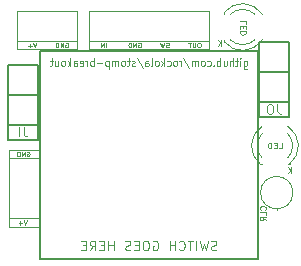
<source format=gbo>
G04 #@! TF.GenerationSoftware,KiCad,Pcbnew,(5.99.0-1105-g741783c6d)*
G04 #@! TF.CreationDate,2020-03-14T19:50:04+02:00*
G04 #@! TF.ProjectId,stomp-breakout,73746f6d-702d-4627-9265-616b6f75742e,rev?*
G04 #@! TF.SameCoordinates,Original*
G04 #@! TF.FileFunction,Legend,Bot*
G04 #@! TF.FilePolarity,Positive*
%FSLAX46Y46*%
G04 Gerber Fmt 4.6, Leading zero omitted, Abs format (unit mm)*
G04 Created by KiCad (PCBNEW (5.99.0-1105-g741783c6d)) date 2020-03-14 19:50:04*
%MOMM*%
%LPD*%
G01*
G04 APERTURE LIST*
%ADD10C,0.100000*%
%ADD11C,0.050000*%
%ADD12C,0.120000*%
%ADD13C,0.127000*%
%ADD14C,0.152400*%
%ADD15C,0.080000*%
%ADD16C,1.900000*%
%ADD17R,1.900000X1.900000*%
%ADD18O,3.916000X3.916000*%
%ADD19R,3.916000X3.916000*%
%ADD20O,2.030400X2.030400*%
%ADD21R,2.030400X2.030400*%
%ADD22O,1.700000X1.700000*%
%ADD23C,1.700000*%
G04 APERTURE END LIST*
D10*
X155754971Y-86667200D02*
X155754971Y-87233866D01*
X155783542Y-87300533D01*
X155812114Y-87333866D01*
X155869257Y-87367200D01*
X155954971Y-87367200D01*
X156012114Y-87333866D01*
X155754971Y-87100533D02*
X155812114Y-87133866D01*
X155926400Y-87133866D01*
X155983542Y-87100533D01*
X156012114Y-87067200D01*
X156040685Y-87000533D01*
X156040685Y-86800533D01*
X156012114Y-86733866D01*
X155983542Y-86700533D01*
X155926400Y-86667200D01*
X155812114Y-86667200D01*
X155754971Y-86700533D01*
X155469257Y-87133866D02*
X155469257Y-86667200D01*
X155469257Y-86433866D02*
X155497828Y-86467200D01*
X155469257Y-86500533D01*
X155440685Y-86467200D01*
X155469257Y-86433866D01*
X155469257Y-86500533D01*
X155269257Y-86667200D02*
X155040685Y-86667200D01*
X155183542Y-86433866D02*
X155183542Y-87033866D01*
X155154971Y-87100533D01*
X155097828Y-87133866D01*
X155040685Y-87133866D01*
X154840685Y-87133866D02*
X154840685Y-86433866D01*
X154583542Y-87133866D02*
X154583542Y-86767200D01*
X154612114Y-86700533D01*
X154669257Y-86667200D01*
X154754971Y-86667200D01*
X154812114Y-86700533D01*
X154840685Y-86733866D01*
X154040685Y-86667200D02*
X154040685Y-87133866D01*
X154297828Y-86667200D02*
X154297828Y-87033866D01*
X154269257Y-87100533D01*
X154212114Y-87133866D01*
X154126400Y-87133866D01*
X154069257Y-87100533D01*
X154040685Y-87067200D01*
X153754971Y-87133866D02*
X153754971Y-86433866D01*
X153754971Y-86700533D02*
X153697828Y-86667200D01*
X153583542Y-86667200D01*
X153526400Y-86700533D01*
X153497828Y-86733866D01*
X153469257Y-86800533D01*
X153469257Y-87000533D01*
X153497828Y-87067200D01*
X153526400Y-87100533D01*
X153583542Y-87133866D01*
X153697828Y-87133866D01*
X153754971Y-87100533D01*
X153212114Y-87067200D02*
X153183542Y-87100533D01*
X153212114Y-87133866D01*
X153240685Y-87100533D01*
X153212114Y-87067200D01*
X153212114Y-87133866D01*
X152669257Y-87100533D02*
X152726400Y-87133866D01*
X152840685Y-87133866D01*
X152897828Y-87100533D01*
X152926400Y-87067200D01*
X152954971Y-87000533D01*
X152954971Y-86800533D01*
X152926400Y-86733866D01*
X152897828Y-86700533D01*
X152840685Y-86667200D01*
X152726400Y-86667200D01*
X152669257Y-86700533D01*
X152326400Y-87133866D02*
X152383542Y-87100533D01*
X152412114Y-87067200D01*
X152440685Y-87000533D01*
X152440685Y-86800533D01*
X152412114Y-86733866D01*
X152383542Y-86700533D01*
X152326400Y-86667200D01*
X152240685Y-86667200D01*
X152183542Y-86700533D01*
X152154971Y-86733866D01*
X152126400Y-86800533D01*
X152126400Y-87000533D01*
X152154971Y-87067200D01*
X152183542Y-87100533D01*
X152240685Y-87133866D01*
X152326400Y-87133866D01*
X151869257Y-87133866D02*
X151869257Y-86667200D01*
X151869257Y-86733866D02*
X151840685Y-86700533D01*
X151783542Y-86667200D01*
X151697828Y-86667200D01*
X151640685Y-86700533D01*
X151612114Y-86767200D01*
X151612114Y-87133866D01*
X151612114Y-86767200D02*
X151583542Y-86700533D01*
X151526400Y-86667200D01*
X151440685Y-86667200D01*
X151383542Y-86700533D01*
X151354971Y-86767200D01*
X151354971Y-87133866D01*
X150640685Y-86400533D02*
X151154971Y-87300533D01*
X150440685Y-87133866D02*
X150440685Y-86667200D01*
X150440685Y-86800533D02*
X150412114Y-86733866D01*
X150383542Y-86700533D01*
X150326400Y-86667200D01*
X150269257Y-86667200D01*
X149983542Y-87133866D02*
X150040685Y-87100533D01*
X150069257Y-87067200D01*
X150097828Y-87000533D01*
X150097828Y-86800533D01*
X150069257Y-86733866D01*
X150040685Y-86700533D01*
X149983542Y-86667200D01*
X149897828Y-86667200D01*
X149840685Y-86700533D01*
X149812114Y-86733866D01*
X149783542Y-86800533D01*
X149783542Y-87000533D01*
X149812114Y-87067200D01*
X149840685Y-87100533D01*
X149897828Y-87133866D01*
X149983542Y-87133866D01*
X149269257Y-87100533D02*
X149326400Y-87133866D01*
X149440685Y-87133866D01*
X149497828Y-87100533D01*
X149526400Y-87067200D01*
X149554971Y-87000533D01*
X149554971Y-86800533D01*
X149526400Y-86733866D01*
X149497828Y-86700533D01*
X149440685Y-86667200D01*
X149326400Y-86667200D01*
X149269257Y-86700533D01*
X149012114Y-87133866D02*
X149012114Y-86433866D01*
X148954971Y-86867200D02*
X148783542Y-87133866D01*
X148783542Y-86667200D02*
X149012114Y-86933866D01*
X148440685Y-87133866D02*
X148497828Y-87100533D01*
X148526400Y-87067200D01*
X148554971Y-87000533D01*
X148554971Y-86800533D01*
X148526400Y-86733866D01*
X148497828Y-86700533D01*
X148440685Y-86667200D01*
X148354971Y-86667200D01*
X148297828Y-86700533D01*
X148269257Y-86733866D01*
X148240685Y-86800533D01*
X148240685Y-87000533D01*
X148269257Y-87067200D01*
X148297828Y-87100533D01*
X148354971Y-87133866D01*
X148440685Y-87133866D01*
X147897828Y-87133866D02*
X147954971Y-87100533D01*
X147983542Y-87033866D01*
X147983542Y-86433866D01*
X147412114Y-87133866D02*
X147412114Y-86767200D01*
X147440685Y-86700533D01*
X147497828Y-86667200D01*
X147612114Y-86667200D01*
X147669257Y-86700533D01*
X147412114Y-87100533D02*
X147469257Y-87133866D01*
X147612114Y-87133866D01*
X147669257Y-87100533D01*
X147697828Y-87033866D01*
X147697828Y-86967200D01*
X147669257Y-86900533D01*
X147612114Y-86867200D01*
X147469257Y-86867200D01*
X147412114Y-86833866D01*
X146697828Y-86400533D02*
X147212114Y-87300533D01*
X146526400Y-87100533D02*
X146469257Y-87133866D01*
X146354971Y-87133866D01*
X146297828Y-87100533D01*
X146269257Y-87033866D01*
X146269257Y-87000533D01*
X146297828Y-86933866D01*
X146354971Y-86900533D01*
X146440685Y-86900533D01*
X146497828Y-86867200D01*
X146526400Y-86800533D01*
X146526400Y-86767200D01*
X146497828Y-86700533D01*
X146440685Y-86667200D01*
X146354971Y-86667200D01*
X146297828Y-86700533D01*
X146097828Y-86667200D02*
X145869257Y-86667200D01*
X146012114Y-86433866D02*
X146012114Y-87033866D01*
X145983542Y-87100533D01*
X145926400Y-87133866D01*
X145869257Y-87133866D01*
X145583542Y-87133866D02*
X145640685Y-87100533D01*
X145669257Y-87067200D01*
X145697828Y-87000533D01*
X145697828Y-86800533D01*
X145669257Y-86733866D01*
X145640685Y-86700533D01*
X145583542Y-86667200D01*
X145497828Y-86667200D01*
X145440685Y-86700533D01*
X145412114Y-86733866D01*
X145383542Y-86800533D01*
X145383542Y-87000533D01*
X145412114Y-87067200D01*
X145440685Y-87100533D01*
X145497828Y-87133866D01*
X145583542Y-87133866D01*
X145126400Y-87133866D02*
X145126400Y-86667200D01*
X145126400Y-86733866D02*
X145097828Y-86700533D01*
X145040685Y-86667200D01*
X144954971Y-86667200D01*
X144897828Y-86700533D01*
X144869257Y-86767200D01*
X144869257Y-87133866D01*
X144869257Y-86767200D02*
X144840685Y-86700533D01*
X144783542Y-86667200D01*
X144697828Y-86667200D01*
X144640685Y-86700533D01*
X144612114Y-86767200D01*
X144612114Y-87133866D01*
X144326400Y-86667200D02*
X144326400Y-87367200D01*
X144326400Y-86700533D02*
X144269257Y-86667200D01*
X144154971Y-86667200D01*
X144097828Y-86700533D01*
X144069257Y-86733866D01*
X144040685Y-86800533D01*
X144040685Y-87000533D01*
X144069257Y-87067200D01*
X144097828Y-87100533D01*
X144154971Y-87133866D01*
X144269257Y-87133866D01*
X144326400Y-87100533D01*
X143783542Y-86867200D02*
X143326400Y-86867200D01*
X143040685Y-87133866D02*
X143040685Y-86433866D01*
X143040685Y-86700533D02*
X142983542Y-86667200D01*
X142869257Y-86667200D01*
X142812114Y-86700533D01*
X142783542Y-86733866D01*
X142754971Y-86800533D01*
X142754971Y-87000533D01*
X142783542Y-87067200D01*
X142812114Y-87100533D01*
X142869257Y-87133866D01*
X142983542Y-87133866D01*
X143040685Y-87100533D01*
X142497828Y-87133866D02*
X142497828Y-86667200D01*
X142497828Y-86800533D02*
X142469257Y-86733866D01*
X142440685Y-86700533D01*
X142383542Y-86667200D01*
X142326400Y-86667200D01*
X141897828Y-87100533D02*
X141954971Y-87133866D01*
X142069257Y-87133866D01*
X142126400Y-87100533D01*
X142154971Y-87033866D01*
X142154971Y-86767200D01*
X142126400Y-86700533D01*
X142069257Y-86667200D01*
X141954971Y-86667200D01*
X141897828Y-86700533D01*
X141869257Y-86767200D01*
X141869257Y-86833866D01*
X142154971Y-86900533D01*
X141354971Y-87133866D02*
X141354971Y-86767200D01*
X141383542Y-86700533D01*
X141440685Y-86667200D01*
X141554971Y-86667200D01*
X141612114Y-86700533D01*
X141354971Y-87100533D02*
X141412114Y-87133866D01*
X141554971Y-87133866D01*
X141612114Y-87100533D01*
X141640685Y-87033866D01*
X141640685Y-86967200D01*
X141612114Y-86900533D01*
X141554971Y-86867200D01*
X141412114Y-86867200D01*
X141354971Y-86833866D01*
X141069257Y-87133866D02*
X141069257Y-86433866D01*
X141012114Y-86867200D02*
X140840685Y-87133866D01*
X140840685Y-86667200D02*
X141069257Y-86933866D01*
X140497828Y-87133866D02*
X140554971Y-87100533D01*
X140583542Y-87067200D01*
X140612114Y-87000533D01*
X140612114Y-86800533D01*
X140583542Y-86733866D01*
X140554971Y-86700533D01*
X140497828Y-86667200D01*
X140412114Y-86667200D01*
X140354971Y-86700533D01*
X140326400Y-86733866D01*
X140297828Y-86800533D01*
X140297828Y-87000533D01*
X140326400Y-87067200D01*
X140354971Y-87100533D01*
X140412114Y-87133866D01*
X140497828Y-87133866D01*
X139783542Y-86667200D02*
X139783542Y-87133866D01*
X140040685Y-86667200D02*
X140040685Y-87033866D01*
X140012114Y-87100533D01*
X139954971Y-87133866D01*
X139869257Y-87133866D01*
X139812114Y-87100533D01*
X139783542Y-87067200D01*
X139583542Y-86667200D02*
X139354971Y-86667200D01*
X139497828Y-86433866D02*
X139497828Y-87033866D01*
X139469257Y-87100533D01*
X139412114Y-87133866D01*
X139354971Y-87133866D01*
D11*
X153851752Y-85417790D02*
X153851752Y-84917790D01*
X153566038Y-85417790D02*
X153780323Y-85132076D01*
X153566038Y-84917790D02*
X153851752Y-85203504D01*
X159795352Y-96187390D02*
X159795352Y-95687390D01*
X159509638Y-96187390D02*
X159723923Y-95901676D01*
X159509638Y-95687390D02*
X159795352Y-95973104D01*
D12*
X154091200Y-82740000D02*
X154091200Y-82584000D01*
X154091200Y-85056000D02*
X154091200Y-84900000D01*
X156692330Y-82740163D02*
G75*
G03*
X154610239Y-82740000I-1041130J-1079837D01*
G01*
X156692330Y-84899837D02*
G75*
G02*
X154610239Y-84900000I-1041130J1079837D01*
G01*
X157323535Y-82741392D02*
G75*
G03*
X154091200Y-82584484I-1672335J-1078608D01*
G01*
X157323535Y-84898608D02*
G75*
G02*
X154091200Y-85055516I-1672335J1078608D01*
G01*
D13*
X148361400Y-94640400D02*
G75*
G03*
X148361400Y-94640400I-635000J0D01*
G01*
X147091400Y-94640400D02*
X148361400Y-94640400D01*
X147726400Y-94005400D02*
X147726400Y-95275400D01*
D14*
X156926400Y-103440400D02*
X156926400Y-85840400D01*
X138526400Y-103440400D02*
X156926400Y-103440400D01*
X138526400Y-85840400D02*
X138526400Y-103440400D01*
X156926400Y-85840400D02*
X138526400Y-85840400D01*
D15*
X135839200Y-94246700D02*
X135839200Y-100723700D01*
X138379200Y-100723700D02*
X138379200Y-94246700D01*
X138379200Y-94945200D02*
X135839200Y-94945200D01*
X138379200Y-100025200D02*
X135839200Y-100025200D01*
X135839200Y-94246700D02*
X138379200Y-94246700D01*
X138379200Y-100723700D02*
X135839200Y-100723700D01*
X136550400Y-85686900D02*
X141630400Y-85686900D01*
X136550400Y-85686900D02*
X136550400Y-82448400D01*
X141630400Y-85686900D02*
X141630400Y-82448400D01*
X136550400Y-84988400D02*
X141630400Y-84988400D01*
X141630400Y-82448400D02*
X136550400Y-82448400D01*
X142646400Y-85686900D02*
X152806400Y-85686900D01*
X152806400Y-82448400D02*
X142646400Y-82448400D01*
X142646400Y-84988400D02*
X152806400Y-84988400D01*
X152806400Y-85623400D02*
X152806400Y-82448400D01*
X142646400Y-85686900D02*
X142646400Y-82448400D01*
D12*
X159916800Y-97840800D02*
G75*
G03*
X159916800Y-97840800I-1370000J0D01*
G01*
X158546800Y-99210800D02*
X158546800Y-99280800D01*
X157314400Y-95438400D02*
X157158400Y-95438400D01*
X159630400Y-95438400D02*
X159474400Y-95438400D01*
X157314563Y-92837270D02*
G75*
G03*
X157314400Y-94919361I1079837J-1041130D01*
G01*
X159474237Y-92837270D02*
G75*
G02*
X159474400Y-94919361I-1079837J-1041130D01*
G01*
X157315792Y-92206065D02*
G75*
G03*
X157158884Y-95438400I1078608J-1672335D01*
G01*
X159473008Y-92206065D02*
G75*
G02*
X159629916Y-95438400I-1078608J-1672335D01*
G01*
D13*
X138328400Y-86995000D02*
X138328400Y-89535000D01*
X138328400Y-89535000D02*
X138328400Y-92075000D01*
X135788400Y-86995000D02*
X135788400Y-89535000D01*
X135788400Y-89535000D02*
X135788400Y-92075000D01*
X135788400Y-92075000D02*
X138328400Y-92075000D01*
X138328400Y-86995000D02*
X135788400Y-86995000D01*
X135788400Y-89535000D02*
X138328400Y-89535000D01*
X138328400Y-92075000D02*
X138328400Y-93345000D01*
X135788400Y-92075000D02*
X135788400Y-93345000D01*
X135788400Y-93345000D02*
X138328400Y-93345000D01*
X159562800Y-85090000D02*
X159562800Y-87630000D01*
X159562800Y-87630000D02*
X159562800Y-90170000D01*
X157022800Y-85090000D02*
X157022800Y-87630000D01*
X157022800Y-87630000D02*
X157022800Y-90170000D01*
X157022800Y-90170000D02*
X159562800Y-90170000D01*
X159562800Y-85090000D02*
X157022800Y-85090000D01*
X157022800Y-87630000D02*
X159562800Y-87630000D01*
X159562800Y-90170000D02*
X159562800Y-91440000D01*
X157022800Y-90170000D02*
X157022800Y-91440000D01*
X157022800Y-91440000D02*
X159562800Y-91440000D01*
D15*
X155928190Y-83549371D02*
X155928190Y-83311276D01*
X155428190Y-83311276D01*
X155666285Y-83716038D02*
X155666285Y-83882704D01*
X155928190Y-83954133D02*
X155928190Y-83716038D01*
X155428190Y-83716038D01*
X155428190Y-83954133D01*
X155928190Y-84168419D02*
X155428190Y-84168419D01*
X155428190Y-84287466D01*
X155452000Y-84358895D01*
X155499619Y-84406514D01*
X155547238Y-84430323D01*
X155642476Y-84454133D01*
X155713904Y-84454133D01*
X155809142Y-84430323D01*
X155856761Y-84406514D01*
X155904380Y-84358895D01*
X155928190Y-84287466D01*
X155928190Y-84168419D01*
D10*
X153440685Y-102685809D02*
X153326400Y-102723904D01*
X153135923Y-102723904D01*
X153059733Y-102685809D01*
X153021638Y-102647714D01*
X152983542Y-102571523D01*
X152983542Y-102495333D01*
X153021638Y-102419142D01*
X153059733Y-102381047D01*
X153135923Y-102342952D01*
X153288304Y-102304857D01*
X153364495Y-102266761D01*
X153402590Y-102228666D01*
X153440685Y-102152476D01*
X153440685Y-102076285D01*
X153402590Y-102000095D01*
X153364495Y-101962000D01*
X153288304Y-101923904D01*
X153097828Y-101923904D01*
X152983542Y-101962000D01*
X152716876Y-101923904D02*
X152526400Y-102723904D01*
X152374019Y-102152476D01*
X152221638Y-102723904D01*
X152031161Y-101923904D01*
X151726400Y-102723904D02*
X151726400Y-101923904D01*
X151459733Y-101923904D02*
X151002590Y-101923904D01*
X151231161Y-102723904D02*
X151231161Y-101923904D01*
X150278780Y-102647714D02*
X150316876Y-102685809D01*
X150431161Y-102723904D01*
X150507352Y-102723904D01*
X150621638Y-102685809D01*
X150697828Y-102609619D01*
X150735923Y-102533428D01*
X150774019Y-102381047D01*
X150774019Y-102266761D01*
X150735923Y-102114380D01*
X150697828Y-102038190D01*
X150621638Y-101962000D01*
X150507352Y-101923904D01*
X150431161Y-101923904D01*
X150316876Y-101962000D01*
X150278780Y-102000095D01*
X149935923Y-102723904D02*
X149935923Y-101923904D01*
X149935923Y-102304857D02*
X149478780Y-102304857D01*
X149478780Y-102723904D02*
X149478780Y-101923904D01*
X148069257Y-101962000D02*
X148145447Y-101923904D01*
X148259733Y-101923904D01*
X148374019Y-101962000D01*
X148450209Y-102038190D01*
X148488304Y-102114380D01*
X148526400Y-102266761D01*
X148526400Y-102381047D01*
X148488304Y-102533428D01*
X148450209Y-102609619D01*
X148374019Y-102685809D01*
X148259733Y-102723904D01*
X148183542Y-102723904D01*
X148069257Y-102685809D01*
X148031161Y-102647714D01*
X148031161Y-102381047D01*
X148183542Y-102381047D01*
X147535923Y-101923904D02*
X147383542Y-101923904D01*
X147307352Y-101962000D01*
X147231161Y-102038190D01*
X147193066Y-102190571D01*
X147193066Y-102457238D01*
X147231161Y-102609619D01*
X147307352Y-102685809D01*
X147383542Y-102723904D01*
X147535923Y-102723904D01*
X147612114Y-102685809D01*
X147688304Y-102609619D01*
X147726400Y-102457238D01*
X147726400Y-102190571D01*
X147688304Y-102038190D01*
X147612114Y-101962000D01*
X147535923Y-101923904D01*
X146850209Y-102304857D02*
X146583542Y-102304857D01*
X146469257Y-102723904D02*
X146850209Y-102723904D01*
X146850209Y-101923904D01*
X146469257Y-101923904D01*
X146164495Y-102685809D02*
X146050209Y-102723904D01*
X145859733Y-102723904D01*
X145783542Y-102685809D01*
X145745447Y-102647714D01*
X145707352Y-102571523D01*
X145707352Y-102495333D01*
X145745447Y-102419142D01*
X145783542Y-102381047D01*
X145859733Y-102342952D01*
X146012114Y-102304857D01*
X146088304Y-102266761D01*
X146126400Y-102228666D01*
X146164495Y-102152476D01*
X146164495Y-102076285D01*
X146126400Y-102000095D01*
X146088304Y-101962000D01*
X146012114Y-101923904D01*
X145821638Y-101923904D01*
X145707352Y-101962000D01*
X144754971Y-102723904D02*
X144754971Y-101923904D01*
X144754971Y-102304857D02*
X144297828Y-102304857D01*
X144297828Y-102723904D02*
X144297828Y-101923904D01*
X143916876Y-102304857D02*
X143650209Y-102304857D01*
X143535923Y-102723904D02*
X143916876Y-102723904D01*
X143916876Y-101923904D01*
X143535923Y-101923904D01*
X142735923Y-102723904D02*
X143002590Y-102342952D01*
X143193066Y-102723904D02*
X143193066Y-101923904D01*
X142888304Y-101923904D01*
X142812114Y-101962000D01*
X142774019Y-102000095D01*
X142735923Y-102076285D01*
X142735923Y-102190571D01*
X142774019Y-102266761D01*
X142812114Y-102304857D01*
X142888304Y-102342952D01*
X143193066Y-102342952D01*
X142393066Y-102304857D02*
X142126400Y-102304857D01*
X142012114Y-102723904D02*
X142393066Y-102723904D01*
X142393066Y-101923904D01*
X142012114Y-101923904D01*
D15*
X137388552Y-100161752D02*
X137255219Y-100561752D01*
X137121885Y-100161752D01*
X136988552Y-100409371D02*
X136683790Y-100409371D01*
X136836171Y-100561752D02*
X136836171Y-100256990D01*
X137388561Y-94389600D02*
X137426657Y-94370552D01*
X137483800Y-94370552D01*
X137540942Y-94389600D01*
X137579038Y-94427695D01*
X137598085Y-94465790D01*
X137617133Y-94541980D01*
X137617133Y-94599123D01*
X137598085Y-94675314D01*
X137579038Y-94713409D01*
X137540942Y-94751504D01*
X137483800Y-94770552D01*
X137445704Y-94770552D01*
X137388561Y-94751504D01*
X137369514Y-94732457D01*
X137369514Y-94599123D01*
X137445704Y-94599123D01*
X137198085Y-94770552D02*
X137198085Y-94370552D01*
X136969514Y-94770552D01*
X136969514Y-94370552D01*
X136779038Y-94770552D02*
X136779038Y-94370552D01*
X136683800Y-94370552D01*
X136626657Y-94389600D01*
X136588561Y-94427695D01*
X136569514Y-94465790D01*
X136550466Y-94541980D01*
X136550466Y-94599123D01*
X136569514Y-94675314D01*
X136588561Y-94713409D01*
X136626657Y-94751504D01*
X136683800Y-94770552D01*
X136779038Y-94770552D01*
X140665161Y-85169400D02*
X140703257Y-85150352D01*
X140760400Y-85150352D01*
X140817542Y-85169400D01*
X140855638Y-85207495D01*
X140874685Y-85245590D01*
X140893733Y-85321780D01*
X140893733Y-85378923D01*
X140874685Y-85455114D01*
X140855638Y-85493209D01*
X140817542Y-85531304D01*
X140760400Y-85550352D01*
X140722304Y-85550352D01*
X140665161Y-85531304D01*
X140646114Y-85512257D01*
X140646114Y-85378923D01*
X140722304Y-85378923D01*
X140474685Y-85550352D02*
X140474685Y-85150352D01*
X140246114Y-85550352D01*
X140246114Y-85150352D01*
X140055638Y-85550352D02*
X140055638Y-85150352D01*
X139960400Y-85150352D01*
X139903257Y-85169400D01*
X139865161Y-85207495D01*
X139846114Y-85245590D01*
X139827066Y-85321780D01*
X139827066Y-85378923D01*
X139846114Y-85455114D01*
X139865161Y-85493209D01*
X139903257Y-85531304D01*
X139960400Y-85550352D01*
X140055638Y-85550352D01*
X138201352Y-85150352D02*
X138068019Y-85550352D01*
X137934685Y-85150352D01*
X137801352Y-85397971D02*
X137496590Y-85397971D01*
X137648971Y-85550352D02*
X137648971Y-85245590D01*
X144125923Y-85550352D02*
X144125923Y-85150352D01*
X143935447Y-85550352D02*
X143935447Y-85150352D01*
X143706876Y-85550352D01*
X143706876Y-85150352D01*
X146824661Y-85169400D02*
X146862757Y-85150352D01*
X146919900Y-85150352D01*
X146977042Y-85169400D01*
X147015138Y-85207495D01*
X147034185Y-85245590D01*
X147053233Y-85321780D01*
X147053233Y-85378923D01*
X147034185Y-85455114D01*
X147015138Y-85493209D01*
X146977042Y-85531304D01*
X146919900Y-85550352D01*
X146881804Y-85550352D01*
X146824661Y-85531304D01*
X146805614Y-85512257D01*
X146805614Y-85378923D01*
X146881804Y-85378923D01*
X146634185Y-85550352D02*
X146634185Y-85150352D01*
X146405614Y-85550352D01*
X146405614Y-85150352D01*
X146215138Y-85550352D02*
X146215138Y-85150352D01*
X146119900Y-85150352D01*
X146062757Y-85169400D01*
X146024661Y-85207495D01*
X146005614Y-85245590D01*
X145986566Y-85321780D01*
X145986566Y-85378923D01*
X146005614Y-85455114D01*
X146024661Y-85493209D01*
X146062757Y-85531304D01*
X146119900Y-85550352D01*
X146215138Y-85550352D01*
X149402757Y-85531304D02*
X149345614Y-85550352D01*
X149250376Y-85550352D01*
X149212280Y-85531304D01*
X149193233Y-85512257D01*
X149174185Y-85474161D01*
X149174185Y-85436066D01*
X149193233Y-85397971D01*
X149212280Y-85378923D01*
X149250376Y-85359876D01*
X149326566Y-85340828D01*
X149364661Y-85321780D01*
X149383709Y-85302733D01*
X149402757Y-85264638D01*
X149402757Y-85226542D01*
X149383709Y-85188447D01*
X149364661Y-85169400D01*
X149326566Y-85150352D01*
X149231328Y-85150352D01*
X149174185Y-85169400D01*
X149040852Y-85150352D02*
X148945614Y-85550352D01*
X148869423Y-85264638D01*
X148793233Y-85550352D01*
X148697995Y-85150352D01*
X151999900Y-85150352D02*
X151923709Y-85150352D01*
X151885614Y-85169400D01*
X151847519Y-85207495D01*
X151828471Y-85283685D01*
X151828471Y-85417019D01*
X151847519Y-85493209D01*
X151885614Y-85531304D01*
X151923709Y-85550352D01*
X151999900Y-85550352D01*
X152037995Y-85531304D01*
X152076090Y-85493209D01*
X152095138Y-85417019D01*
X152095138Y-85283685D01*
X152076090Y-85207495D01*
X152037995Y-85169400D01*
X151999900Y-85150352D01*
X151657042Y-85150352D02*
X151657042Y-85474161D01*
X151637995Y-85512257D01*
X151618947Y-85531304D01*
X151580852Y-85550352D01*
X151504661Y-85550352D01*
X151466566Y-85531304D01*
X151447519Y-85512257D01*
X151428471Y-85474161D01*
X151428471Y-85150352D01*
X151295138Y-85150352D02*
X151066566Y-85150352D01*
X151180852Y-85550352D02*
X151180852Y-85150352D01*
X157582371Y-99283080D02*
X157606180Y-99259271D01*
X157629990Y-99187842D01*
X157629990Y-99140223D01*
X157606180Y-99068795D01*
X157558561Y-99021176D01*
X157510942Y-98997366D01*
X157415704Y-98973557D01*
X157344276Y-98973557D01*
X157249038Y-98997366D01*
X157201419Y-99021176D01*
X157153800Y-99068795D01*
X157129990Y-99140223D01*
X157129990Y-99187842D01*
X157153800Y-99259271D01*
X157177609Y-99283080D01*
X157629990Y-99735461D02*
X157629990Y-99497366D01*
X157129990Y-99497366D01*
X157629990Y-100187842D02*
X157391895Y-100021176D01*
X157629990Y-99902128D02*
X157129990Y-99902128D01*
X157129990Y-100092604D01*
X157153800Y-100140223D01*
X157177609Y-100164033D01*
X157225228Y-100187842D01*
X157296657Y-100187842D01*
X157344276Y-100164033D01*
X157368085Y-100140223D01*
X157391895Y-100092604D01*
X157391895Y-99902128D01*
X158715828Y-94104590D02*
X158953923Y-94104590D01*
X158953923Y-93604590D01*
X158549161Y-93842685D02*
X158382495Y-93842685D01*
X158311066Y-94104590D02*
X158549161Y-94104590D01*
X158549161Y-93604590D01*
X158311066Y-93604590D01*
X158096780Y-94104590D02*
X158096780Y-93604590D01*
X157977733Y-93604590D01*
X157906304Y-93628400D01*
X157858685Y-93676019D01*
X157834876Y-93723638D01*
X157811066Y-93818876D01*
X157811066Y-93890304D01*
X157834876Y-93985542D01*
X157858685Y-94033161D01*
X157906304Y-94080780D01*
X157977733Y-94104590D01*
X158096780Y-94104590D01*
D10*
X137134590Y-92271904D02*
X137134590Y-92843333D01*
X137172685Y-92957619D01*
X137248876Y-93033809D01*
X137363161Y-93071904D01*
X137439352Y-93071904D01*
X136753638Y-93071904D02*
X136753638Y-92271904D01*
X158597561Y-90366904D02*
X158597561Y-90938333D01*
X158635657Y-91052619D01*
X158711847Y-91128809D01*
X158826133Y-91166904D01*
X158902323Y-91166904D01*
X158064228Y-90366904D02*
X157911847Y-90366904D01*
X157835657Y-90405000D01*
X157759466Y-90481190D01*
X157721371Y-90633571D01*
X157721371Y-90900238D01*
X157759466Y-91052619D01*
X157835657Y-91128809D01*
X157911847Y-91166904D01*
X158064228Y-91166904D01*
X158140419Y-91128809D01*
X158216609Y-91052619D01*
X158254704Y-90900238D01*
X158254704Y-90633571D01*
X158216609Y-90481190D01*
X158140419Y-90405000D01*
X158064228Y-90366904D01*
%LPC*%
D16*
X156921200Y-83820000D03*
D17*
X154381200Y-83820000D03*
D18*
X153026400Y-99340400D03*
X153026400Y-94640400D03*
X153026400Y-89940400D03*
X147726400Y-99340400D03*
X147726400Y-94640400D03*
X147726400Y-89940400D03*
X142426400Y-99340400D03*
X142426400Y-94640400D03*
D19*
X142426400Y-89940400D03*
D20*
X137109200Y-96215200D03*
D21*
X137109200Y-98755200D03*
D20*
X140360400Y-83718400D03*
D21*
X137820400Y-83718400D03*
D20*
X151536400Y-83718400D03*
X148996400Y-83718400D03*
X146456400Y-83718400D03*
D21*
X143916400Y-83718400D03*
D22*
X158546800Y-100380800D03*
D23*
X158546800Y-97840800D03*
D16*
X158394400Y-92608400D03*
D17*
X158394400Y-95148400D03*
D21*
X137058400Y-90805000D03*
D20*
X137058400Y-88265000D03*
D21*
X158292800Y-88900000D03*
D20*
X158292800Y-86360000D03*
M02*

</source>
